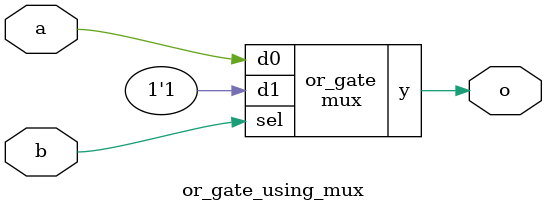
<source format=sv>

module mux
(
  input  d0, d1,
  input  sel,
  output y
);

  assign y = sel ? d1 : d0;

endmodule

//----------------------------------------------------------------------------
// Task
//----------------------------------------------------------------------------

module or_gate_using_mux
(
    input  a,
    input  b,
    output o
);

  // Task:

  // Implement or gate using instance(s) of mux,
  // constants 0 and 1, and wire connections

  // SOLUTION

  mux or_gate(.d0(a), .d1(1), .sel(b), .y(o));


endmodule

</source>
